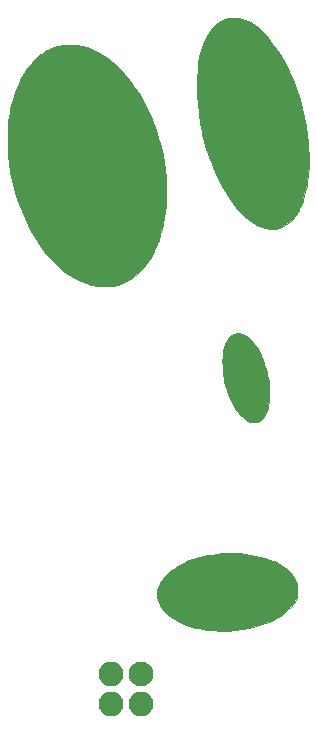
<source format=gts>
G04 #@! TF.FileFunction,Soldermask,Top*
%FSLAX46Y46*%
G04 Gerber Fmt 4.6, Leading zero omitted, Abs format (unit mm)*
G04 Created by KiCad (PCBNEW 4.0.7) date 07/19/18 08:55:47*
%MOMM*%
%LPD*%
G01*
G04 APERTURE LIST*
%ADD10C,0.100000*%
%ADD11C,0.010000*%
%ADD12C,2.100000*%
%ADD13O,2.100000X2.100000*%
G04 APERTURE END LIST*
D10*
D11*
G36*
X163300706Y-115992647D02*
X163479053Y-116000015D01*
X163542133Y-116004210D01*
X163987401Y-116048726D01*
X164427993Y-116113431D01*
X164859929Y-116197027D01*
X165279229Y-116298220D01*
X165681912Y-116415711D01*
X166063997Y-116548205D01*
X166421503Y-116694404D01*
X166750451Y-116853012D01*
X167046858Y-117022732D01*
X167306744Y-117202268D01*
X167367771Y-117250338D01*
X167422920Y-117288857D01*
X167468819Y-117310150D01*
X167487889Y-117311413D01*
X167516284Y-117321058D01*
X167565757Y-117359055D01*
X167631423Y-117420318D01*
X167708401Y-117499760D01*
X167791809Y-117592293D01*
X167876763Y-117692830D01*
X167958383Y-117796285D01*
X167976909Y-117820950D01*
X168072245Y-117960853D01*
X168164650Y-118117574D01*
X168247860Y-118278967D01*
X168315614Y-118432887D01*
X168361650Y-118567187D01*
X168361653Y-118567200D01*
X168379484Y-118660785D01*
X168392206Y-118786557D01*
X168399823Y-118934682D01*
X168402339Y-119095324D01*
X168399759Y-119258647D01*
X168392088Y-119414817D01*
X168379329Y-119553996D01*
X168361487Y-119666351D01*
X168361163Y-119667867D01*
X168296585Y-119882773D01*
X168194842Y-120098040D01*
X168055008Y-120314933D01*
X167876158Y-120534717D01*
X167657369Y-120758656D01*
X167397716Y-120988017D01*
X167394467Y-120990709D01*
X167258659Y-121099380D01*
X167125887Y-121196853D01*
X166987220Y-121288830D01*
X166833727Y-121381016D01*
X166656479Y-121479114D01*
X166505467Y-121558507D01*
X165992974Y-121800808D01*
X165455611Y-122011272D01*
X164897334Y-122189064D01*
X164322096Y-122333351D01*
X163733853Y-122443299D01*
X163136559Y-122518075D01*
X162534170Y-122556843D01*
X161930640Y-122558772D01*
X161785300Y-122553627D01*
X161460060Y-122534101D01*
X161125302Y-122503647D01*
X160787533Y-122463395D01*
X160453257Y-122414475D01*
X160128978Y-122358014D01*
X159821201Y-122295143D01*
X159536431Y-122226991D01*
X159281172Y-122154687D01*
X159069055Y-122082086D01*
X158759789Y-121960091D01*
X158486512Y-121842602D01*
X158243611Y-121726293D01*
X158025473Y-121607837D01*
X157826484Y-121483911D01*
X157641032Y-121351186D01*
X157463501Y-121206340D01*
X157288280Y-121046045D01*
X157238522Y-120997600D01*
X157045746Y-120791433D01*
X156889552Y-120587156D01*
X156765228Y-120377338D01*
X156668063Y-120154545D01*
X156627532Y-120033803D01*
X156605837Y-119959212D01*
X156590383Y-119893463D01*
X156580086Y-119826600D01*
X156573860Y-119748669D01*
X156570619Y-119649715D01*
X156569279Y-119519782D01*
X156569181Y-119498533D01*
X156567717Y-119149283D01*
X156645755Y-118923979D01*
X156755684Y-118643622D01*
X156882383Y-118394379D01*
X157032139Y-118166353D01*
X157211237Y-117949645D01*
X157363866Y-117793151D01*
X157647218Y-117543704D01*
X157967147Y-117306361D01*
X158318945Y-117083859D01*
X158697904Y-116878940D01*
X159099315Y-116694342D01*
X159518471Y-116532806D01*
X159546696Y-116523004D01*
X159845211Y-116428124D01*
X160175995Y-116337407D01*
X160529028Y-116253005D01*
X160894293Y-116177072D01*
X161261772Y-116111763D01*
X161621447Y-116059230D01*
X161806467Y-116037198D01*
X161977846Y-116021835D01*
X162179544Y-116009163D01*
X162401785Y-115999365D01*
X162634797Y-115992629D01*
X162868804Y-115989140D01*
X163094031Y-115989085D01*
X163300706Y-115992647D01*
X163300706Y-115992647D01*
G37*
X163300706Y-115992647D02*
X163479053Y-116000015D01*
X163542133Y-116004210D01*
X163987401Y-116048726D01*
X164427993Y-116113431D01*
X164859929Y-116197027D01*
X165279229Y-116298220D01*
X165681912Y-116415711D01*
X166063997Y-116548205D01*
X166421503Y-116694404D01*
X166750451Y-116853012D01*
X167046858Y-117022732D01*
X167306744Y-117202268D01*
X167367771Y-117250338D01*
X167422920Y-117288857D01*
X167468819Y-117310150D01*
X167487889Y-117311413D01*
X167516284Y-117321058D01*
X167565757Y-117359055D01*
X167631423Y-117420318D01*
X167708401Y-117499760D01*
X167791809Y-117592293D01*
X167876763Y-117692830D01*
X167958383Y-117796285D01*
X167976909Y-117820950D01*
X168072245Y-117960853D01*
X168164650Y-118117574D01*
X168247860Y-118278967D01*
X168315614Y-118432887D01*
X168361650Y-118567187D01*
X168361653Y-118567200D01*
X168379484Y-118660785D01*
X168392206Y-118786557D01*
X168399823Y-118934682D01*
X168402339Y-119095324D01*
X168399759Y-119258647D01*
X168392088Y-119414817D01*
X168379329Y-119553996D01*
X168361487Y-119666351D01*
X168361163Y-119667867D01*
X168296585Y-119882773D01*
X168194842Y-120098040D01*
X168055008Y-120314933D01*
X167876158Y-120534717D01*
X167657369Y-120758656D01*
X167397716Y-120988017D01*
X167394467Y-120990709D01*
X167258659Y-121099380D01*
X167125887Y-121196853D01*
X166987220Y-121288830D01*
X166833727Y-121381016D01*
X166656479Y-121479114D01*
X166505467Y-121558507D01*
X165992974Y-121800808D01*
X165455611Y-122011272D01*
X164897334Y-122189064D01*
X164322096Y-122333351D01*
X163733853Y-122443299D01*
X163136559Y-122518075D01*
X162534170Y-122556843D01*
X161930640Y-122558772D01*
X161785300Y-122553627D01*
X161460060Y-122534101D01*
X161125302Y-122503647D01*
X160787533Y-122463395D01*
X160453257Y-122414475D01*
X160128978Y-122358014D01*
X159821201Y-122295143D01*
X159536431Y-122226991D01*
X159281172Y-122154687D01*
X159069055Y-122082086D01*
X158759789Y-121960091D01*
X158486512Y-121842602D01*
X158243611Y-121726293D01*
X158025473Y-121607837D01*
X157826484Y-121483911D01*
X157641032Y-121351186D01*
X157463501Y-121206340D01*
X157288280Y-121046045D01*
X157238522Y-120997600D01*
X157045746Y-120791433D01*
X156889552Y-120587156D01*
X156765228Y-120377338D01*
X156668063Y-120154545D01*
X156627532Y-120033803D01*
X156605837Y-119959212D01*
X156590383Y-119893463D01*
X156580086Y-119826600D01*
X156573860Y-119748669D01*
X156570619Y-119649715D01*
X156569279Y-119519782D01*
X156569181Y-119498533D01*
X156567717Y-119149283D01*
X156645755Y-118923979D01*
X156755684Y-118643622D01*
X156882383Y-118394379D01*
X157032139Y-118166353D01*
X157211237Y-117949645D01*
X157363866Y-117793151D01*
X157647218Y-117543704D01*
X157967147Y-117306361D01*
X158318945Y-117083859D01*
X158697904Y-116878940D01*
X159099315Y-116694342D01*
X159518471Y-116532806D01*
X159546696Y-116523004D01*
X159845211Y-116428124D01*
X160175995Y-116337407D01*
X160529028Y-116253005D01*
X160894293Y-116177072D01*
X161261772Y-116111763D01*
X161621447Y-116059230D01*
X161806467Y-116037198D01*
X161977846Y-116021835D01*
X162179544Y-116009163D01*
X162401785Y-115999365D01*
X162634797Y-115992629D01*
X162868804Y-115989140D01*
X163094031Y-115989085D01*
X163300706Y-115992647D01*
G36*
X163504148Y-97399155D02*
X163718630Y-97438541D01*
X163929310Y-97516219D01*
X164060513Y-97586236D01*
X164139948Y-97642467D01*
X164238474Y-97725005D01*
X164349033Y-97826868D01*
X164464564Y-97941074D01*
X164578009Y-98060641D01*
X164682307Y-98178586D01*
X164770399Y-98287927D01*
X164771611Y-98289533D01*
X164967053Y-98572789D01*
X165153992Y-98890886D01*
X165329366Y-99236681D01*
X165490111Y-99603032D01*
X165633165Y-99982797D01*
X165755465Y-100368834D01*
X165853946Y-100754001D01*
X165879111Y-100871867D01*
X165937865Y-101191722D01*
X165985863Y-101516775D01*
X166022548Y-101839709D01*
X166047360Y-102153205D01*
X166059743Y-102449945D01*
X166059136Y-102722611D01*
X166044983Y-102963884D01*
X166041421Y-102999117D01*
X166010950Y-103223112D01*
X165968369Y-103450659D01*
X165915944Y-103673494D01*
X165855939Y-103883353D01*
X165790618Y-104071974D01*
X165722246Y-104231093D01*
X165683985Y-104303347D01*
X165611806Y-104409798D01*
X165518292Y-104521528D01*
X165413022Y-104629066D01*
X165305571Y-104722938D01*
X165205515Y-104793673D01*
X165167023Y-104814678D01*
X164982643Y-104881443D01*
X164787622Y-104911190D01*
X164593193Y-104902289D01*
X164579300Y-104900077D01*
X164428133Y-104860720D01*
X164262774Y-104793273D01*
X164094772Y-104703253D01*
X163935677Y-104596175D01*
X163923296Y-104586742D01*
X163829520Y-104507296D01*
X163719115Y-104402113D01*
X163600139Y-104279845D01*
X163480652Y-104149143D01*
X163368714Y-104018659D01*
X163272383Y-103897044D01*
X163241343Y-103854672D01*
X163052823Y-103565704D01*
X162873368Y-103242828D01*
X162706558Y-102894114D01*
X162555973Y-102527631D01*
X162425192Y-102151447D01*
X162317794Y-101773632D01*
X162317246Y-101771450D01*
X162243943Y-101459597D01*
X162186910Y-101168763D01*
X162144339Y-100885510D01*
X162114419Y-100596397D01*
X162095341Y-100287984D01*
X162087815Y-100067533D01*
X162084959Y-99716555D01*
X162095583Y-99400591D01*
X162120634Y-99114221D01*
X162161061Y-98852023D01*
X162217810Y-98608577D01*
X162291828Y-98378461D01*
X162384064Y-98156254D01*
X162443018Y-98035223D01*
X162540127Y-97861213D01*
X162635600Y-97724029D01*
X162733754Y-97618584D01*
X162838905Y-97539793D01*
X162885647Y-97513703D01*
X163082882Y-97436441D01*
X163290641Y-97398357D01*
X163504148Y-97399155D01*
X163504148Y-97399155D01*
G37*
X163504148Y-97399155D02*
X163718630Y-97438541D01*
X163929310Y-97516219D01*
X164060513Y-97586236D01*
X164139948Y-97642467D01*
X164238474Y-97725005D01*
X164349033Y-97826868D01*
X164464564Y-97941074D01*
X164578009Y-98060641D01*
X164682307Y-98178586D01*
X164770399Y-98287927D01*
X164771611Y-98289533D01*
X164967053Y-98572789D01*
X165153992Y-98890886D01*
X165329366Y-99236681D01*
X165490111Y-99603032D01*
X165633165Y-99982797D01*
X165755465Y-100368834D01*
X165853946Y-100754001D01*
X165879111Y-100871867D01*
X165937865Y-101191722D01*
X165985863Y-101516775D01*
X166022548Y-101839709D01*
X166047360Y-102153205D01*
X166059743Y-102449945D01*
X166059136Y-102722611D01*
X166044983Y-102963884D01*
X166041421Y-102999117D01*
X166010950Y-103223112D01*
X165968369Y-103450659D01*
X165915944Y-103673494D01*
X165855939Y-103883353D01*
X165790618Y-104071974D01*
X165722246Y-104231093D01*
X165683985Y-104303347D01*
X165611806Y-104409798D01*
X165518292Y-104521528D01*
X165413022Y-104629066D01*
X165305571Y-104722938D01*
X165205515Y-104793673D01*
X165167023Y-104814678D01*
X164982643Y-104881443D01*
X164787622Y-104911190D01*
X164593193Y-104902289D01*
X164579300Y-104900077D01*
X164428133Y-104860720D01*
X164262774Y-104793273D01*
X164094772Y-104703253D01*
X163935677Y-104596175D01*
X163923296Y-104586742D01*
X163829520Y-104507296D01*
X163719115Y-104402113D01*
X163600139Y-104279845D01*
X163480652Y-104149143D01*
X163368714Y-104018659D01*
X163272383Y-103897044D01*
X163241343Y-103854672D01*
X163052823Y-103565704D01*
X162873368Y-103242828D01*
X162706558Y-102894114D01*
X162555973Y-102527631D01*
X162425192Y-102151447D01*
X162317794Y-101773632D01*
X162317246Y-101771450D01*
X162243943Y-101459597D01*
X162186910Y-101168763D01*
X162144339Y-100885510D01*
X162114419Y-100596397D01*
X162095341Y-100287984D01*
X162087815Y-100067533D01*
X162084959Y-99716555D01*
X162095583Y-99400591D01*
X162120634Y-99114221D01*
X162161061Y-98852023D01*
X162217810Y-98608577D01*
X162291828Y-98378461D01*
X162384064Y-98156254D01*
X162443018Y-98035223D01*
X162540127Y-97861213D01*
X162635600Y-97724029D01*
X162733754Y-97618584D01*
X162838905Y-97539793D01*
X162885647Y-97513703D01*
X163082882Y-97436441D01*
X163290641Y-97398357D01*
X163504148Y-97399155D01*
G36*
X149368607Y-72942531D02*
X149778636Y-72983269D01*
X150191625Y-73062042D01*
X150605401Y-73178967D01*
X151017787Y-73334157D01*
X151317055Y-73471850D01*
X151766522Y-73717698D01*
X152208307Y-74005131D01*
X152642351Y-74334095D01*
X153068591Y-74704534D01*
X153486968Y-75116392D01*
X153897420Y-75569614D01*
X154299888Y-76064145D01*
X154627342Y-76505253D01*
X154985005Y-77038679D01*
X155322508Y-77606647D01*
X155638533Y-78205788D01*
X155931757Y-78832735D01*
X156200862Y-79484119D01*
X156444527Y-80156572D01*
X156661432Y-80846725D01*
X156850257Y-81551210D01*
X157009682Y-82266659D01*
X157117528Y-82859033D01*
X157156471Y-83104577D01*
X157189715Y-83332711D01*
X157218036Y-83551389D01*
X157242207Y-83768566D01*
X157263004Y-83992198D01*
X157281200Y-84230239D01*
X157297571Y-84490645D01*
X157312891Y-84781370D01*
X157320553Y-84943950D01*
X157331882Y-85454737D01*
X157320580Y-85976978D01*
X157287558Y-86504650D01*
X157233727Y-87031729D01*
X157159999Y-87552193D01*
X157067285Y-88060017D01*
X156956496Y-88549179D01*
X156828544Y-89013656D01*
X156684339Y-89447423D01*
X156609618Y-89642950D01*
X156569286Y-89741388D01*
X156515530Y-89869111D01*
X156452345Y-90016820D01*
X156383726Y-90175216D01*
X156313668Y-90334999D01*
X156270833Y-90431641D01*
X156200780Y-90588331D01*
X156143623Y-90713543D01*
X156095259Y-90814572D01*
X156051584Y-90898710D01*
X156008498Y-90973251D01*
X155961897Y-91045488D01*
X155907679Y-91122714D01*
X155841742Y-91212224D01*
X155801547Y-91265930D01*
X155661302Y-91450631D01*
X155537586Y-91607972D01*
X155423556Y-91745891D01*
X155312370Y-91872324D01*
X155197186Y-91995209D01*
X155071162Y-92122483D01*
X155019297Y-92173366D01*
X154813168Y-92365764D01*
X154617106Y-92529967D01*
X154420245Y-92674575D01*
X154235430Y-92793848D01*
X153887308Y-92988068D01*
X153544402Y-93142783D01*
X153202165Y-93259682D01*
X152856050Y-93340452D01*
X152694217Y-93365948D01*
X152554942Y-93381697D01*
X152396991Y-93394696D01*
X152232402Y-93404375D01*
X152073214Y-93410162D01*
X151931466Y-93411489D01*
X151819197Y-93407786D01*
X151815800Y-93407547D01*
X151622995Y-93388466D01*
X151409365Y-93358573D01*
X151194084Y-93320919D01*
X150996326Y-93278556D01*
X150978481Y-93274235D01*
X150562455Y-93151665D01*
X150143377Y-92987278D01*
X149721899Y-92781429D01*
X149298672Y-92534471D01*
X148874346Y-92246761D01*
X148449573Y-91918650D01*
X148376217Y-91857920D01*
X148269696Y-91764793D01*
X148142001Y-91646599D01*
X147999851Y-91510115D01*
X147849963Y-91362119D01*
X147699057Y-91209388D01*
X147553852Y-91058701D01*
X147421065Y-90916835D01*
X147307415Y-90790568D01*
X147240171Y-90711867D01*
X146908763Y-90291651D01*
X146582111Y-89839078D01*
X146266733Y-89364084D01*
X145969152Y-88876609D01*
X145695885Y-88386589D01*
X145622386Y-88245950D01*
X145339033Y-87660411D01*
X145074711Y-87044258D01*
X144832097Y-86405719D01*
X144613871Y-85753022D01*
X144422710Y-85094393D01*
X144261293Y-84438061D01*
X144132299Y-83792252D01*
X144090763Y-83541183D01*
X144033284Y-83152558D01*
X143986771Y-82794348D01*
X143950408Y-82456307D01*
X143923382Y-82128189D01*
X143904876Y-81799746D01*
X143894078Y-81460734D01*
X143890173Y-81100904D01*
X143890159Y-81017533D01*
X143894801Y-80579490D01*
X143907881Y-80175528D01*
X143930269Y-79798077D01*
X143962834Y-79439567D01*
X144006445Y-79092427D01*
X144061972Y-78749089D01*
X144130283Y-78401981D01*
X144212249Y-78043533D01*
X144248427Y-77897757D01*
X144412443Y-77316240D01*
X144602569Y-76763416D01*
X144818220Y-76240499D01*
X145058814Y-75748703D01*
X145323768Y-75289245D01*
X145612499Y-74863337D01*
X145851942Y-74557475D01*
X145933880Y-74465872D01*
X146041706Y-74355124D01*
X146167950Y-74232148D01*
X146305142Y-74103863D01*
X146445813Y-73977189D01*
X146582492Y-73859043D01*
X146707710Y-73756344D01*
X146764011Y-73712705D01*
X147092414Y-73490413D01*
X147439002Y-73305352D01*
X147801602Y-73157637D01*
X148178037Y-73047382D01*
X148566133Y-72974702D01*
X148963714Y-72939714D01*
X149368607Y-72942531D01*
X149368607Y-72942531D01*
G37*
X149368607Y-72942531D02*
X149778636Y-72983269D01*
X150191625Y-73062042D01*
X150605401Y-73178967D01*
X151017787Y-73334157D01*
X151317055Y-73471850D01*
X151766522Y-73717698D01*
X152208307Y-74005131D01*
X152642351Y-74334095D01*
X153068591Y-74704534D01*
X153486968Y-75116392D01*
X153897420Y-75569614D01*
X154299888Y-76064145D01*
X154627342Y-76505253D01*
X154985005Y-77038679D01*
X155322508Y-77606647D01*
X155638533Y-78205788D01*
X155931757Y-78832735D01*
X156200862Y-79484119D01*
X156444527Y-80156572D01*
X156661432Y-80846725D01*
X156850257Y-81551210D01*
X157009682Y-82266659D01*
X157117528Y-82859033D01*
X157156471Y-83104577D01*
X157189715Y-83332711D01*
X157218036Y-83551389D01*
X157242207Y-83768566D01*
X157263004Y-83992198D01*
X157281200Y-84230239D01*
X157297571Y-84490645D01*
X157312891Y-84781370D01*
X157320553Y-84943950D01*
X157331882Y-85454737D01*
X157320580Y-85976978D01*
X157287558Y-86504650D01*
X157233727Y-87031729D01*
X157159999Y-87552193D01*
X157067285Y-88060017D01*
X156956496Y-88549179D01*
X156828544Y-89013656D01*
X156684339Y-89447423D01*
X156609618Y-89642950D01*
X156569286Y-89741388D01*
X156515530Y-89869111D01*
X156452345Y-90016820D01*
X156383726Y-90175216D01*
X156313668Y-90334999D01*
X156270833Y-90431641D01*
X156200780Y-90588331D01*
X156143623Y-90713543D01*
X156095259Y-90814572D01*
X156051584Y-90898710D01*
X156008498Y-90973251D01*
X155961897Y-91045488D01*
X155907679Y-91122714D01*
X155841742Y-91212224D01*
X155801547Y-91265930D01*
X155661302Y-91450631D01*
X155537586Y-91607972D01*
X155423556Y-91745891D01*
X155312370Y-91872324D01*
X155197186Y-91995209D01*
X155071162Y-92122483D01*
X155019297Y-92173366D01*
X154813168Y-92365764D01*
X154617106Y-92529967D01*
X154420245Y-92674575D01*
X154235430Y-92793848D01*
X153887308Y-92988068D01*
X153544402Y-93142783D01*
X153202165Y-93259682D01*
X152856050Y-93340452D01*
X152694217Y-93365948D01*
X152554942Y-93381697D01*
X152396991Y-93394696D01*
X152232402Y-93404375D01*
X152073214Y-93410162D01*
X151931466Y-93411489D01*
X151819197Y-93407786D01*
X151815800Y-93407547D01*
X151622995Y-93388466D01*
X151409365Y-93358573D01*
X151194084Y-93320919D01*
X150996326Y-93278556D01*
X150978481Y-93274235D01*
X150562455Y-93151665D01*
X150143377Y-92987278D01*
X149721899Y-92781429D01*
X149298672Y-92534471D01*
X148874346Y-92246761D01*
X148449573Y-91918650D01*
X148376217Y-91857920D01*
X148269696Y-91764793D01*
X148142001Y-91646599D01*
X147999851Y-91510115D01*
X147849963Y-91362119D01*
X147699057Y-91209388D01*
X147553852Y-91058701D01*
X147421065Y-90916835D01*
X147307415Y-90790568D01*
X147240171Y-90711867D01*
X146908763Y-90291651D01*
X146582111Y-89839078D01*
X146266733Y-89364084D01*
X145969152Y-88876609D01*
X145695885Y-88386589D01*
X145622386Y-88245950D01*
X145339033Y-87660411D01*
X145074711Y-87044258D01*
X144832097Y-86405719D01*
X144613871Y-85753022D01*
X144422710Y-85094393D01*
X144261293Y-84438061D01*
X144132299Y-83792252D01*
X144090763Y-83541183D01*
X144033284Y-83152558D01*
X143986771Y-82794348D01*
X143950408Y-82456307D01*
X143923382Y-82128189D01*
X143904876Y-81799746D01*
X143894078Y-81460734D01*
X143890173Y-81100904D01*
X143890159Y-81017533D01*
X143894801Y-80579490D01*
X143907881Y-80175528D01*
X143930269Y-79798077D01*
X143962834Y-79439567D01*
X144006445Y-79092427D01*
X144061972Y-78749089D01*
X144130283Y-78401981D01*
X144212249Y-78043533D01*
X144248427Y-77897757D01*
X144412443Y-77316240D01*
X144602569Y-76763416D01*
X144818220Y-76240499D01*
X145058814Y-75748703D01*
X145323768Y-75289245D01*
X145612499Y-74863337D01*
X145851942Y-74557475D01*
X145933880Y-74465872D01*
X146041706Y-74355124D01*
X146167950Y-74232148D01*
X146305142Y-74103863D01*
X146445813Y-73977189D01*
X146582492Y-73859043D01*
X146707710Y-73756344D01*
X146764011Y-73712705D01*
X147092414Y-73490413D01*
X147439002Y-73305352D01*
X147801602Y-73157637D01*
X148178037Y-73047382D01*
X148566133Y-72974702D01*
X148963714Y-72939714D01*
X149368607Y-72942531D01*
G36*
X163150550Y-70656665D02*
X163456890Y-70691294D01*
X163733154Y-70745974D01*
X163987936Y-70823536D01*
X164229832Y-70926811D01*
X164467437Y-71058627D01*
X164568717Y-71123647D01*
X164827261Y-71301682D01*
X165056022Y-71472737D01*
X165263944Y-71644864D01*
X165459973Y-71826120D01*
X165653053Y-72024560D01*
X165852128Y-72248238D01*
X165961737Y-72378101D01*
X166395389Y-72931539D01*
X166799835Y-73513691D01*
X167175335Y-74125073D01*
X167522154Y-74766198D01*
X167840553Y-75437584D01*
X168130796Y-76139744D01*
X168393144Y-76873195D01*
X168609258Y-77573133D01*
X168814952Y-78336895D01*
X168987746Y-79080162D01*
X169128518Y-79807958D01*
X169238145Y-80525305D01*
X169317507Y-81237227D01*
X169364707Y-81894824D01*
X169372584Y-82084678D01*
X169377751Y-82299253D01*
X169380317Y-82531218D01*
X169380392Y-82773246D01*
X169378085Y-83018005D01*
X169373505Y-83258167D01*
X169366761Y-83486402D01*
X169357963Y-83695380D01*
X169347219Y-83877772D01*
X169334640Y-84026248D01*
X169332687Y-84044367D01*
X169274581Y-84486659D01*
X169200386Y-84919511D01*
X169111823Y-85334799D01*
X169010608Y-85724397D01*
X168907851Y-86052990D01*
X168862888Y-86177350D01*
X168806122Y-86323810D01*
X168741314Y-86483581D01*
X168672225Y-86647876D01*
X168602616Y-86807904D01*
X168536247Y-86954876D01*
X168476879Y-87080003D01*
X168428274Y-87174497D01*
X168426874Y-87177033D01*
X168355534Y-87292947D01*
X168261471Y-87426924D01*
X168153011Y-87568252D01*
X168038482Y-87706222D01*
X167926212Y-87830121D01*
X167891418Y-87865754D01*
X167652805Y-88077756D01*
X167398071Y-88253048D01*
X167129838Y-88390669D01*
X166850728Y-88489661D01*
X166563363Y-88549062D01*
X166270365Y-88567914D01*
X166018633Y-88551312D01*
X165738599Y-88497997D01*
X165446290Y-88408257D01*
X165146567Y-88284379D01*
X164844293Y-88128647D01*
X164544328Y-87943349D01*
X164251534Y-87730769D01*
X164219467Y-87705414D01*
X164123668Y-87624020D01*
X164007083Y-87517012D01*
X163876286Y-87391080D01*
X163737852Y-87252913D01*
X163598356Y-87109200D01*
X163464372Y-86966631D01*
X163342476Y-86831894D01*
X163239242Y-86711678D01*
X163221603Y-86690200D01*
X162881108Y-86250069D01*
X162559832Y-85789388D01*
X162256324Y-85305359D01*
X161969130Y-84795186D01*
X161696799Y-84256069D01*
X161437877Y-83685213D01*
X161190911Y-83079819D01*
X160954450Y-82437090D01*
X160841958Y-82107617D01*
X160726893Y-81755869D01*
X160626399Y-81433273D01*
X160538021Y-81130220D01*
X160459305Y-80837104D01*
X160387797Y-80544317D01*
X160321042Y-80242251D01*
X160256585Y-79921299D01*
X160191972Y-79571853D01*
X160187007Y-79543980D01*
X160062458Y-78750822D01*
X159973443Y-77973755D01*
X159919991Y-77213907D01*
X159902132Y-76472407D01*
X159919898Y-75750386D01*
X159973318Y-75048972D01*
X160050039Y-74448405D01*
X160123109Y-74041654D01*
X160215729Y-73643744D01*
X160326219Y-73258789D01*
X160452899Y-72890903D01*
X160594089Y-72544199D01*
X160748108Y-72222791D01*
X160913277Y-71930793D01*
X161087915Y-71672318D01*
X161270342Y-71451481D01*
X161277016Y-71444303D01*
X161401262Y-71325752D01*
X161553394Y-71203567D01*
X161724371Y-71083302D01*
X161905150Y-70970514D01*
X162086687Y-70870757D01*
X162259940Y-70789586D01*
X162415866Y-70732556D01*
X162452050Y-70722471D01*
X162602363Y-70691314D01*
X162771740Y-70668386D01*
X162942754Y-70655330D01*
X163097978Y-70653786D01*
X163150550Y-70656665D01*
X163150550Y-70656665D01*
G37*
X163150550Y-70656665D02*
X163456890Y-70691294D01*
X163733154Y-70745974D01*
X163987936Y-70823536D01*
X164229832Y-70926811D01*
X164467437Y-71058627D01*
X164568717Y-71123647D01*
X164827261Y-71301682D01*
X165056022Y-71472737D01*
X165263944Y-71644864D01*
X165459973Y-71826120D01*
X165653053Y-72024560D01*
X165852128Y-72248238D01*
X165961737Y-72378101D01*
X166395389Y-72931539D01*
X166799835Y-73513691D01*
X167175335Y-74125073D01*
X167522154Y-74766198D01*
X167840553Y-75437584D01*
X168130796Y-76139744D01*
X168393144Y-76873195D01*
X168609258Y-77573133D01*
X168814952Y-78336895D01*
X168987746Y-79080162D01*
X169128518Y-79807958D01*
X169238145Y-80525305D01*
X169317507Y-81237227D01*
X169364707Y-81894824D01*
X169372584Y-82084678D01*
X169377751Y-82299253D01*
X169380317Y-82531218D01*
X169380392Y-82773246D01*
X169378085Y-83018005D01*
X169373505Y-83258167D01*
X169366761Y-83486402D01*
X169357963Y-83695380D01*
X169347219Y-83877772D01*
X169334640Y-84026248D01*
X169332687Y-84044367D01*
X169274581Y-84486659D01*
X169200386Y-84919511D01*
X169111823Y-85334799D01*
X169010608Y-85724397D01*
X168907851Y-86052990D01*
X168862888Y-86177350D01*
X168806122Y-86323810D01*
X168741314Y-86483581D01*
X168672225Y-86647876D01*
X168602616Y-86807904D01*
X168536247Y-86954876D01*
X168476879Y-87080003D01*
X168428274Y-87174497D01*
X168426874Y-87177033D01*
X168355534Y-87292947D01*
X168261471Y-87426924D01*
X168153011Y-87568252D01*
X168038482Y-87706222D01*
X167926212Y-87830121D01*
X167891418Y-87865754D01*
X167652805Y-88077756D01*
X167398071Y-88253048D01*
X167129838Y-88390669D01*
X166850728Y-88489661D01*
X166563363Y-88549062D01*
X166270365Y-88567914D01*
X166018633Y-88551312D01*
X165738599Y-88497997D01*
X165446290Y-88408257D01*
X165146567Y-88284379D01*
X164844293Y-88128647D01*
X164544328Y-87943349D01*
X164251534Y-87730769D01*
X164219467Y-87705414D01*
X164123668Y-87624020D01*
X164007083Y-87517012D01*
X163876286Y-87391080D01*
X163737852Y-87252913D01*
X163598356Y-87109200D01*
X163464372Y-86966631D01*
X163342476Y-86831894D01*
X163239242Y-86711678D01*
X163221603Y-86690200D01*
X162881108Y-86250069D01*
X162559832Y-85789388D01*
X162256324Y-85305359D01*
X161969130Y-84795186D01*
X161696799Y-84256069D01*
X161437877Y-83685213D01*
X161190911Y-83079819D01*
X160954450Y-82437090D01*
X160841958Y-82107617D01*
X160726893Y-81755869D01*
X160626399Y-81433273D01*
X160538021Y-81130220D01*
X160459305Y-80837104D01*
X160387797Y-80544317D01*
X160321042Y-80242251D01*
X160256585Y-79921299D01*
X160191972Y-79571853D01*
X160187007Y-79543980D01*
X160062458Y-78750822D01*
X159973443Y-77973755D01*
X159919991Y-77213907D01*
X159902132Y-76472407D01*
X159919898Y-75750386D01*
X159973318Y-75048972D01*
X160050039Y-74448405D01*
X160123109Y-74041654D01*
X160215729Y-73643744D01*
X160326219Y-73258789D01*
X160452899Y-72890903D01*
X160594089Y-72544199D01*
X160748108Y-72222791D01*
X160913277Y-71930793D01*
X161087915Y-71672318D01*
X161270342Y-71451481D01*
X161277016Y-71444303D01*
X161401262Y-71325752D01*
X161553394Y-71203567D01*
X161724371Y-71083302D01*
X161905150Y-70970514D01*
X162086687Y-70870757D01*
X162259940Y-70789586D01*
X162415866Y-70732556D01*
X162452050Y-70722471D01*
X162602363Y-70691314D01*
X162771740Y-70668386D01*
X162942754Y-70655330D01*
X163097978Y-70653786D01*
X163150550Y-70656665D01*
D12*
X155196401Y-126238401D03*
D13*
X155196401Y-128778401D03*
X152656401Y-126238401D03*
X152656401Y-128778401D03*
M02*

</source>
